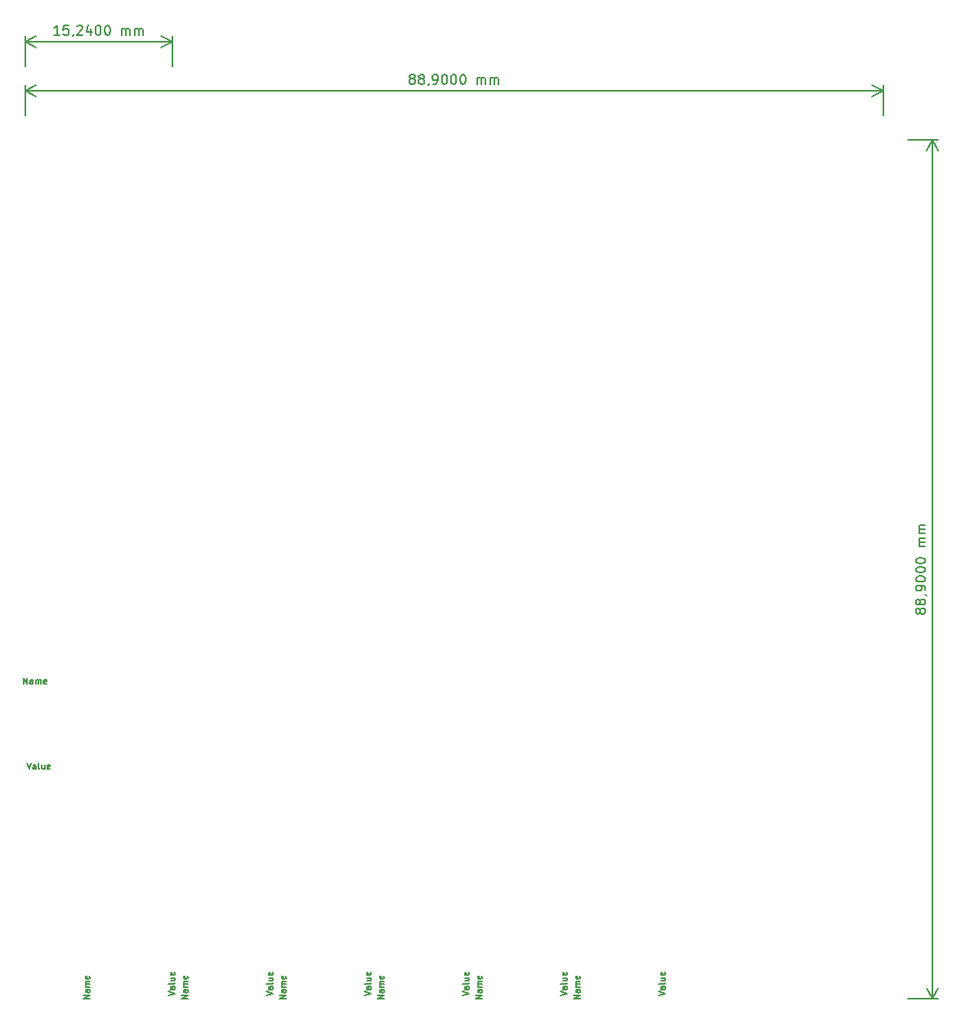
<source format=gbr>
%TF.GenerationSoftware,KiCad,Pcbnew,8.0.3*%
%TF.CreationDate,2024-06-20T11:56:58+02:00*%
%TF.ProjectId,Mux Brd V1,4d757820-4272-4642-9056-312e6b696361,rev?*%
%TF.SameCoordinates,Original*%
%TF.FileFunction,OtherDrawing,Comment*%
%FSLAX46Y46*%
G04 Gerber Fmt 4.6, Leading zero omitted, Abs format (unit mm)*
G04 Created by KiCad (PCBNEW 8.0.3) date 2024-06-20 11:56:58*
%MOMM*%
%LPD*%
G01*
G04 APERTURE LIST*
%ADD10C,0.150000*%
G04 APERTURE END LIST*
D10*
X120018390Y-77326570D02*
X119970771Y-77421808D01*
X119970771Y-77421808D02*
X119923152Y-77469427D01*
X119923152Y-77469427D02*
X119827914Y-77517046D01*
X119827914Y-77517046D02*
X119780295Y-77517046D01*
X119780295Y-77517046D02*
X119685057Y-77469427D01*
X119685057Y-77469427D02*
X119637438Y-77421808D01*
X119637438Y-77421808D02*
X119589819Y-77326570D01*
X119589819Y-77326570D02*
X119589819Y-77136094D01*
X119589819Y-77136094D02*
X119637438Y-77040856D01*
X119637438Y-77040856D02*
X119685057Y-76993237D01*
X119685057Y-76993237D02*
X119780295Y-76945618D01*
X119780295Y-76945618D02*
X119827914Y-76945618D01*
X119827914Y-76945618D02*
X119923152Y-76993237D01*
X119923152Y-76993237D02*
X119970771Y-77040856D01*
X119970771Y-77040856D02*
X120018390Y-77136094D01*
X120018390Y-77136094D02*
X120018390Y-77326570D01*
X120018390Y-77326570D02*
X120066009Y-77421808D01*
X120066009Y-77421808D02*
X120113628Y-77469427D01*
X120113628Y-77469427D02*
X120208866Y-77517046D01*
X120208866Y-77517046D02*
X120399342Y-77517046D01*
X120399342Y-77517046D02*
X120494580Y-77469427D01*
X120494580Y-77469427D02*
X120542200Y-77421808D01*
X120542200Y-77421808D02*
X120589819Y-77326570D01*
X120589819Y-77326570D02*
X120589819Y-77136094D01*
X120589819Y-77136094D02*
X120542200Y-77040856D01*
X120542200Y-77040856D02*
X120494580Y-76993237D01*
X120494580Y-76993237D02*
X120399342Y-76945618D01*
X120399342Y-76945618D02*
X120208866Y-76945618D01*
X120208866Y-76945618D02*
X120113628Y-76993237D01*
X120113628Y-76993237D02*
X120066009Y-77040856D01*
X120066009Y-77040856D02*
X120018390Y-77136094D01*
X120018390Y-76374189D02*
X119970771Y-76469427D01*
X119970771Y-76469427D02*
X119923152Y-76517046D01*
X119923152Y-76517046D02*
X119827914Y-76564665D01*
X119827914Y-76564665D02*
X119780295Y-76564665D01*
X119780295Y-76564665D02*
X119685057Y-76517046D01*
X119685057Y-76517046D02*
X119637438Y-76469427D01*
X119637438Y-76469427D02*
X119589819Y-76374189D01*
X119589819Y-76374189D02*
X119589819Y-76183713D01*
X119589819Y-76183713D02*
X119637438Y-76088475D01*
X119637438Y-76088475D02*
X119685057Y-76040856D01*
X119685057Y-76040856D02*
X119780295Y-75993237D01*
X119780295Y-75993237D02*
X119827914Y-75993237D01*
X119827914Y-75993237D02*
X119923152Y-76040856D01*
X119923152Y-76040856D02*
X119970771Y-76088475D01*
X119970771Y-76088475D02*
X120018390Y-76183713D01*
X120018390Y-76183713D02*
X120018390Y-76374189D01*
X120018390Y-76374189D02*
X120066009Y-76469427D01*
X120066009Y-76469427D02*
X120113628Y-76517046D01*
X120113628Y-76517046D02*
X120208866Y-76564665D01*
X120208866Y-76564665D02*
X120399342Y-76564665D01*
X120399342Y-76564665D02*
X120494580Y-76517046D01*
X120494580Y-76517046D02*
X120542200Y-76469427D01*
X120542200Y-76469427D02*
X120589819Y-76374189D01*
X120589819Y-76374189D02*
X120589819Y-76183713D01*
X120589819Y-76183713D02*
X120542200Y-76088475D01*
X120542200Y-76088475D02*
X120494580Y-76040856D01*
X120494580Y-76040856D02*
X120399342Y-75993237D01*
X120399342Y-75993237D02*
X120208866Y-75993237D01*
X120208866Y-75993237D02*
X120113628Y-76040856D01*
X120113628Y-76040856D02*
X120066009Y-76088475D01*
X120066009Y-76088475D02*
X120018390Y-76183713D01*
X120542200Y-75517046D02*
X120589819Y-75517046D01*
X120589819Y-75517046D02*
X120685057Y-75564665D01*
X120685057Y-75564665D02*
X120732676Y-75612284D01*
X120589819Y-75040856D02*
X120589819Y-74850380D01*
X120589819Y-74850380D02*
X120542200Y-74755142D01*
X120542200Y-74755142D02*
X120494580Y-74707523D01*
X120494580Y-74707523D02*
X120351723Y-74612285D01*
X120351723Y-74612285D02*
X120161247Y-74564666D01*
X120161247Y-74564666D02*
X119780295Y-74564666D01*
X119780295Y-74564666D02*
X119685057Y-74612285D01*
X119685057Y-74612285D02*
X119637438Y-74659904D01*
X119637438Y-74659904D02*
X119589819Y-74755142D01*
X119589819Y-74755142D02*
X119589819Y-74945618D01*
X119589819Y-74945618D02*
X119637438Y-75040856D01*
X119637438Y-75040856D02*
X119685057Y-75088475D01*
X119685057Y-75088475D02*
X119780295Y-75136094D01*
X119780295Y-75136094D02*
X120018390Y-75136094D01*
X120018390Y-75136094D02*
X120113628Y-75088475D01*
X120113628Y-75088475D02*
X120161247Y-75040856D01*
X120161247Y-75040856D02*
X120208866Y-74945618D01*
X120208866Y-74945618D02*
X120208866Y-74755142D01*
X120208866Y-74755142D02*
X120161247Y-74659904D01*
X120161247Y-74659904D02*
X120113628Y-74612285D01*
X120113628Y-74612285D02*
X120018390Y-74564666D01*
X119589819Y-73945618D02*
X119589819Y-73850380D01*
X119589819Y-73850380D02*
X119637438Y-73755142D01*
X119637438Y-73755142D02*
X119685057Y-73707523D01*
X119685057Y-73707523D02*
X119780295Y-73659904D01*
X119780295Y-73659904D02*
X119970771Y-73612285D01*
X119970771Y-73612285D02*
X120208866Y-73612285D01*
X120208866Y-73612285D02*
X120399342Y-73659904D01*
X120399342Y-73659904D02*
X120494580Y-73707523D01*
X120494580Y-73707523D02*
X120542200Y-73755142D01*
X120542200Y-73755142D02*
X120589819Y-73850380D01*
X120589819Y-73850380D02*
X120589819Y-73945618D01*
X120589819Y-73945618D02*
X120542200Y-74040856D01*
X120542200Y-74040856D02*
X120494580Y-74088475D01*
X120494580Y-74088475D02*
X120399342Y-74136094D01*
X120399342Y-74136094D02*
X120208866Y-74183713D01*
X120208866Y-74183713D02*
X119970771Y-74183713D01*
X119970771Y-74183713D02*
X119780295Y-74136094D01*
X119780295Y-74136094D02*
X119685057Y-74088475D01*
X119685057Y-74088475D02*
X119637438Y-74040856D01*
X119637438Y-74040856D02*
X119589819Y-73945618D01*
X119589819Y-72993237D02*
X119589819Y-72897999D01*
X119589819Y-72897999D02*
X119637438Y-72802761D01*
X119637438Y-72802761D02*
X119685057Y-72755142D01*
X119685057Y-72755142D02*
X119780295Y-72707523D01*
X119780295Y-72707523D02*
X119970771Y-72659904D01*
X119970771Y-72659904D02*
X120208866Y-72659904D01*
X120208866Y-72659904D02*
X120399342Y-72707523D01*
X120399342Y-72707523D02*
X120494580Y-72755142D01*
X120494580Y-72755142D02*
X120542200Y-72802761D01*
X120542200Y-72802761D02*
X120589819Y-72897999D01*
X120589819Y-72897999D02*
X120589819Y-72993237D01*
X120589819Y-72993237D02*
X120542200Y-73088475D01*
X120542200Y-73088475D02*
X120494580Y-73136094D01*
X120494580Y-73136094D02*
X120399342Y-73183713D01*
X120399342Y-73183713D02*
X120208866Y-73231332D01*
X120208866Y-73231332D02*
X119970771Y-73231332D01*
X119970771Y-73231332D02*
X119780295Y-73183713D01*
X119780295Y-73183713D02*
X119685057Y-73136094D01*
X119685057Y-73136094D02*
X119637438Y-73088475D01*
X119637438Y-73088475D02*
X119589819Y-72993237D01*
X119589819Y-72040856D02*
X119589819Y-71945618D01*
X119589819Y-71945618D02*
X119637438Y-71850380D01*
X119637438Y-71850380D02*
X119685057Y-71802761D01*
X119685057Y-71802761D02*
X119780295Y-71755142D01*
X119780295Y-71755142D02*
X119970771Y-71707523D01*
X119970771Y-71707523D02*
X120208866Y-71707523D01*
X120208866Y-71707523D02*
X120399342Y-71755142D01*
X120399342Y-71755142D02*
X120494580Y-71802761D01*
X120494580Y-71802761D02*
X120542200Y-71850380D01*
X120542200Y-71850380D02*
X120589819Y-71945618D01*
X120589819Y-71945618D02*
X120589819Y-72040856D01*
X120589819Y-72040856D02*
X120542200Y-72136094D01*
X120542200Y-72136094D02*
X120494580Y-72183713D01*
X120494580Y-72183713D02*
X120399342Y-72231332D01*
X120399342Y-72231332D02*
X120208866Y-72278951D01*
X120208866Y-72278951D02*
X119970771Y-72278951D01*
X119970771Y-72278951D02*
X119780295Y-72231332D01*
X119780295Y-72231332D02*
X119685057Y-72183713D01*
X119685057Y-72183713D02*
X119637438Y-72136094D01*
X119637438Y-72136094D02*
X119589819Y-72040856D01*
X120589819Y-70517046D02*
X119923152Y-70517046D01*
X120018390Y-70517046D02*
X119970771Y-70469427D01*
X119970771Y-70469427D02*
X119923152Y-70374189D01*
X119923152Y-70374189D02*
X119923152Y-70231332D01*
X119923152Y-70231332D02*
X119970771Y-70136094D01*
X119970771Y-70136094D02*
X120066009Y-70088475D01*
X120066009Y-70088475D02*
X120589819Y-70088475D01*
X120066009Y-70088475D02*
X119970771Y-70040856D01*
X119970771Y-70040856D02*
X119923152Y-69945618D01*
X119923152Y-69945618D02*
X119923152Y-69802761D01*
X119923152Y-69802761D02*
X119970771Y-69707522D01*
X119970771Y-69707522D02*
X120066009Y-69659903D01*
X120066009Y-69659903D02*
X120589819Y-69659903D01*
X120589819Y-69183713D02*
X119923152Y-69183713D01*
X120018390Y-69183713D02*
X119970771Y-69136094D01*
X119970771Y-69136094D02*
X119923152Y-69040856D01*
X119923152Y-69040856D02*
X119923152Y-68897999D01*
X119923152Y-68897999D02*
X119970771Y-68802761D01*
X119970771Y-68802761D02*
X120066009Y-68755142D01*
X120066009Y-68755142D02*
X120589819Y-68755142D01*
X120066009Y-68755142D02*
X119970771Y-68707523D01*
X119970771Y-68707523D02*
X119923152Y-68612285D01*
X119923152Y-68612285D02*
X119923152Y-68469428D01*
X119923152Y-68469428D02*
X119970771Y-68374189D01*
X119970771Y-68374189D02*
X120066009Y-68326570D01*
X120066009Y-68326570D02*
X120589819Y-68326570D01*
X118745000Y-28448000D02*
X121871420Y-28448000D01*
X118745000Y-117348000D02*
X121871420Y-117348000D01*
X121285000Y-28448000D02*
X121285000Y-117348000D01*
X121285000Y-28448000D02*
X121285000Y-117348000D01*
X121285000Y-28448000D02*
X121871421Y-29574504D01*
X121285000Y-28448000D02*
X120698579Y-29574504D01*
X121285000Y-117348000D02*
X120698579Y-116221496D01*
X121285000Y-117348000D02*
X121871421Y-116221496D01*
X67326429Y-22101390D02*
X67231191Y-22053771D01*
X67231191Y-22053771D02*
X67183572Y-22006152D01*
X67183572Y-22006152D02*
X67135953Y-21910914D01*
X67135953Y-21910914D02*
X67135953Y-21863295D01*
X67135953Y-21863295D02*
X67183572Y-21768057D01*
X67183572Y-21768057D02*
X67231191Y-21720438D01*
X67231191Y-21720438D02*
X67326429Y-21672819D01*
X67326429Y-21672819D02*
X67516905Y-21672819D01*
X67516905Y-21672819D02*
X67612143Y-21720438D01*
X67612143Y-21720438D02*
X67659762Y-21768057D01*
X67659762Y-21768057D02*
X67707381Y-21863295D01*
X67707381Y-21863295D02*
X67707381Y-21910914D01*
X67707381Y-21910914D02*
X67659762Y-22006152D01*
X67659762Y-22006152D02*
X67612143Y-22053771D01*
X67612143Y-22053771D02*
X67516905Y-22101390D01*
X67516905Y-22101390D02*
X67326429Y-22101390D01*
X67326429Y-22101390D02*
X67231191Y-22149009D01*
X67231191Y-22149009D02*
X67183572Y-22196628D01*
X67183572Y-22196628D02*
X67135953Y-22291866D01*
X67135953Y-22291866D02*
X67135953Y-22482342D01*
X67135953Y-22482342D02*
X67183572Y-22577580D01*
X67183572Y-22577580D02*
X67231191Y-22625200D01*
X67231191Y-22625200D02*
X67326429Y-22672819D01*
X67326429Y-22672819D02*
X67516905Y-22672819D01*
X67516905Y-22672819D02*
X67612143Y-22625200D01*
X67612143Y-22625200D02*
X67659762Y-22577580D01*
X67659762Y-22577580D02*
X67707381Y-22482342D01*
X67707381Y-22482342D02*
X67707381Y-22291866D01*
X67707381Y-22291866D02*
X67659762Y-22196628D01*
X67659762Y-22196628D02*
X67612143Y-22149009D01*
X67612143Y-22149009D02*
X67516905Y-22101390D01*
X68278810Y-22101390D02*
X68183572Y-22053771D01*
X68183572Y-22053771D02*
X68135953Y-22006152D01*
X68135953Y-22006152D02*
X68088334Y-21910914D01*
X68088334Y-21910914D02*
X68088334Y-21863295D01*
X68088334Y-21863295D02*
X68135953Y-21768057D01*
X68135953Y-21768057D02*
X68183572Y-21720438D01*
X68183572Y-21720438D02*
X68278810Y-21672819D01*
X68278810Y-21672819D02*
X68469286Y-21672819D01*
X68469286Y-21672819D02*
X68564524Y-21720438D01*
X68564524Y-21720438D02*
X68612143Y-21768057D01*
X68612143Y-21768057D02*
X68659762Y-21863295D01*
X68659762Y-21863295D02*
X68659762Y-21910914D01*
X68659762Y-21910914D02*
X68612143Y-22006152D01*
X68612143Y-22006152D02*
X68564524Y-22053771D01*
X68564524Y-22053771D02*
X68469286Y-22101390D01*
X68469286Y-22101390D02*
X68278810Y-22101390D01*
X68278810Y-22101390D02*
X68183572Y-22149009D01*
X68183572Y-22149009D02*
X68135953Y-22196628D01*
X68135953Y-22196628D02*
X68088334Y-22291866D01*
X68088334Y-22291866D02*
X68088334Y-22482342D01*
X68088334Y-22482342D02*
X68135953Y-22577580D01*
X68135953Y-22577580D02*
X68183572Y-22625200D01*
X68183572Y-22625200D02*
X68278810Y-22672819D01*
X68278810Y-22672819D02*
X68469286Y-22672819D01*
X68469286Y-22672819D02*
X68564524Y-22625200D01*
X68564524Y-22625200D02*
X68612143Y-22577580D01*
X68612143Y-22577580D02*
X68659762Y-22482342D01*
X68659762Y-22482342D02*
X68659762Y-22291866D01*
X68659762Y-22291866D02*
X68612143Y-22196628D01*
X68612143Y-22196628D02*
X68564524Y-22149009D01*
X68564524Y-22149009D02*
X68469286Y-22101390D01*
X69135953Y-22625200D02*
X69135953Y-22672819D01*
X69135953Y-22672819D02*
X69088334Y-22768057D01*
X69088334Y-22768057D02*
X69040715Y-22815676D01*
X69612143Y-22672819D02*
X69802619Y-22672819D01*
X69802619Y-22672819D02*
X69897857Y-22625200D01*
X69897857Y-22625200D02*
X69945476Y-22577580D01*
X69945476Y-22577580D02*
X70040714Y-22434723D01*
X70040714Y-22434723D02*
X70088333Y-22244247D01*
X70088333Y-22244247D02*
X70088333Y-21863295D01*
X70088333Y-21863295D02*
X70040714Y-21768057D01*
X70040714Y-21768057D02*
X69993095Y-21720438D01*
X69993095Y-21720438D02*
X69897857Y-21672819D01*
X69897857Y-21672819D02*
X69707381Y-21672819D01*
X69707381Y-21672819D02*
X69612143Y-21720438D01*
X69612143Y-21720438D02*
X69564524Y-21768057D01*
X69564524Y-21768057D02*
X69516905Y-21863295D01*
X69516905Y-21863295D02*
X69516905Y-22101390D01*
X69516905Y-22101390D02*
X69564524Y-22196628D01*
X69564524Y-22196628D02*
X69612143Y-22244247D01*
X69612143Y-22244247D02*
X69707381Y-22291866D01*
X69707381Y-22291866D02*
X69897857Y-22291866D01*
X69897857Y-22291866D02*
X69993095Y-22244247D01*
X69993095Y-22244247D02*
X70040714Y-22196628D01*
X70040714Y-22196628D02*
X70088333Y-22101390D01*
X70707381Y-21672819D02*
X70802619Y-21672819D01*
X70802619Y-21672819D02*
X70897857Y-21720438D01*
X70897857Y-21720438D02*
X70945476Y-21768057D01*
X70945476Y-21768057D02*
X70993095Y-21863295D01*
X70993095Y-21863295D02*
X71040714Y-22053771D01*
X71040714Y-22053771D02*
X71040714Y-22291866D01*
X71040714Y-22291866D02*
X70993095Y-22482342D01*
X70993095Y-22482342D02*
X70945476Y-22577580D01*
X70945476Y-22577580D02*
X70897857Y-22625200D01*
X70897857Y-22625200D02*
X70802619Y-22672819D01*
X70802619Y-22672819D02*
X70707381Y-22672819D01*
X70707381Y-22672819D02*
X70612143Y-22625200D01*
X70612143Y-22625200D02*
X70564524Y-22577580D01*
X70564524Y-22577580D02*
X70516905Y-22482342D01*
X70516905Y-22482342D02*
X70469286Y-22291866D01*
X70469286Y-22291866D02*
X70469286Y-22053771D01*
X70469286Y-22053771D02*
X70516905Y-21863295D01*
X70516905Y-21863295D02*
X70564524Y-21768057D01*
X70564524Y-21768057D02*
X70612143Y-21720438D01*
X70612143Y-21720438D02*
X70707381Y-21672819D01*
X71659762Y-21672819D02*
X71755000Y-21672819D01*
X71755000Y-21672819D02*
X71850238Y-21720438D01*
X71850238Y-21720438D02*
X71897857Y-21768057D01*
X71897857Y-21768057D02*
X71945476Y-21863295D01*
X71945476Y-21863295D02*
X71993095Y-22053771D01*
X71993095Y-22053771D02*
X71993095Y-22291866D01*
X71993095Y-22291866D02*
X71945476Y-22482342D01*
X71945476Y-22482342D02*
X71897857Y-22577580D01*
X71897857Y-22577580D02*
X71850238Y-22625200D01*
X71850238Y-22625200D02*
X71755000Y-22672819D01*
X71755000Y-22672819D02*
X71659762Y-22672819D01*
X71659762Y-22672819D02*
X71564524Y-22625200D01*
X71564524Y-22625200D02*
X71516905Y-22577580D01*
X71516905Y-22577580D02*
X71469286Y-22482342D01*
X71469286Y-22482342D02*
X71421667Y-22291866D01*
X71421667Y-22291866D02*
X71421667Y-22053771D01*
X71421667Y-22053771D02*
X71469286Y-21863295D01*
X71469286Y-21863295D02*
X71516905Y-21768057D01*
X71516905Y-21768057D02*
X71564524Y-21720438D01*
X71564524Y-21720438D02*
X71659762Y-21672819D01*
X72612143Y-21672819D02*
X72707381Y-21672819D01*
X72707381Y-21672819D02*
X72802619Y-21720438D01*
X72802619Y-21720438D02*
X72850238Y-21768057D01*
X72850238Y-21768057D02*
X72897857Y-21863295D01*
X72897857Y-21863295D02*
X72945476Y-22053771D01*
X72945476Y-22053771D02*
X72945476Y-22291866D01*
X72945476Y-22291866D02*
X72897857Y-22482342D01*
X72897857Y-22482342D02*
X72850238Y-22577580D01*
X72850238Y-22577580D02*
X72802619Y-22625200D01*
X72802619Y-22625200D02*
X72707381Y-22672819D01*
X72707381Y-22672819D02*
X72612143Y-22672819D01*
X72612143Y-22672819D02*
X72516905Y-22625200D01*
X72516905Y-22625200D02*
X72469286Y-22577580D01*
X72469286Y-22577580D02*
X72421667Y-22482342D01*
X72421667Y-22482342D02*
X72374048Y-22291866D01*
X72374048Y-22291866D02*
X72374048Y-22053771D01*
X72374048Y-22053771D02*
X72421667Y-21863295D01*
X72421667Y-21863295D02*
X72469286Y-21768057D01*
X72469286Y-21768057D02*
X72516905Y-21720438D01*
X72516905Y-21720438D02*
X72612143Y-21672819D01*
X74135953Y-22672819D02*
X74135953Y-22006152D01*
X74135953Y-22101390D02*
X74183572Y-22053771D01*
X74183572Y-22053771D02*
X74278810Y-22006152D01*
X74278810Y-22006152D02*
X74421667Y-22006152D01*
X74421667Y-22006152D02*
X74516905Y-22053771D01*
X74516905Y-22053771D02*
X74564524Y-22149009D01*
X74564524Y-22149009D02*
X74564524Y-22672819D01*
X74564524Y-22149009D02*
X74612143Y-22053771D01*
X74612143Y-22053771D02*
X74707381Y-22006152D01*
X74707381Y-22006152D02*
X74850238Y-22006152D01*
X74850238Y-22006152D02*
X74945477Y-22053771D01*
X74945477Y-22053771D02*
X74993096Y-22149009D01*
X74993096Y-22149009D02*
X74993096Y-22672819D01*
X75469286Y-22672819D02*
X75469286Y-22006152D01*
X75469286Y-22101390D02*
X75516905Y-22053771D01*
X75516905Y-22053771D02*
X75612143Y-22006152D01*
X75612143Y-22006152D02*
X75755000Y-22006152D01*
X75755000Y-22006152D02*
X75850238Y-22053771D01*
X75850238Y-22053771D02*
X75897857Y-22149009D01*
X75897857Y-22149009D02*
X75897857Y-22672819D01*
X75897857Y-22149009D02*
X75945476Y-22053771D01*
X75945476Y-22053771D02*
X76040714Y-22006152D01*
X76040714Y-22006152D02*
X76183571Y-22006152D01*
X76183571Y-22006152D02*
X76278810Y-22053771D01*
X76278810Y-22053771D02*
X76326429Y-22149009D01*
X76326429Y-22149009D02*
X76326429Y-22672819D01*
X116205000Y-25908000D02*
X116205000Y-22781580D01*
X27305000Y-25908000D02*
X27305000Y-22781580D01*
X116205000Y-23368000D02*
X27305000Y-23368000D01*
X116205000Y-23368000D02*
X27305000Y-23368000D01*
X116205000Y-23368000D02*
X115078496Y-23954421D01*
X116205000Y-23368000D02*
X115078496Y-22781579D01*
X27305000Y-23368000D02*
X28431504Y-22781579D01*
X27305000Y-23368000D02*
X28431504Y-23954421D01*
X30877381Y-17592819D02*
X30305953Y-17592819D01*
X30591667Y-17592819D02*
X30591667Y-16592819D01*
X30591667Y-16592819D02*
X30496429Y-16735676D01*
X30496429Y-16735676D02*
X30401191Y-16830914D01*
X30401191Y-16830914D02*
X30305953Y-16878533D01*
X31782143Y-16592819D02*
X31305953Y-16592819D01*
X31305953Y-16592819D02*
X31258334Y-17069009D01*
X31258334Y-17069009D02*
X31305953Y-17021390D01*
X31305953Y-17021390D02*
X31401191Y-16973771D01*
X31401191Y-16973771D02*
X31639286Y-16973771D01*
X31639286Y-16973771D02*
X31734524Y-17021390D01*
X31734524Y-17021390D02*
X31782143Y-17069009D01*
X31782143Y-17069009D02*
X31829762Y-17164247D01*
X31829762Y-17164247D02*
X31829762Y-17402342D01*
X31829762Y-17402342D02*
X31782143Y-17497580D01*
X31782143Y-17497580D02*
X31734524Y-17545200D01*
X31734524Y-17545200D02*
X31639286Y-17592819D01*
X31639286Y-17592819D02*
X31401191Y-17592819D01*
X31401191Y-17592819D02*
X31305953Y-17545200D01*
X31305953Y-17545200D02*
X31258334Y-17497580D01*
X32305953Y-17545200D02*
X32305953Y-17592819D01*
X32305953Y-17592819D02*
X32258334Y-17688057D01*
X32258334Y-17688057D02*
X32210715Y-17735676D01*
X32686905Y-16688057D02*
X32734524Y-16640438D01*
X32734524Y-16640438D02*
X32829762Y-16592819D01*
X32829762Y-16592819D02*
X33067857Y-16592819D01*
X33067857Y-16592819D02*
X33163095Y-16640438D01*
X33163095Y-16640438D02*
X33210714Y-16688057D01*
X33210714Y-16688057D02*
X33258333Y-16783295D01*
X33258333Y-16783295D02*
X33258333Y-16878533D01*
X33258333Y-16878533D02*
X33210714Y-17021390D01*
X33210714Y-17021390D02*
X32639286Y-17592819D01*
X32639286Y-17592819D02*
X33258333Y-17592819D01*
X34115476Y-16926152D02*
X34115476Y-17592819D01*
X33877381Y-16545200D02*
X33639286Y-17259485D01*
X33639286Y-17259485D02*
X34258333Y-17259485D01*
X34829762Y-16592819D02*
X34925000Y-16592819D01*
X34925000Y-16592819D02*
X35020238Y-16640438D01*
X35020238Y-16640438D02*
X35067857Y-16688057D01*
X35067857Y-16688057D02*
X35115476Y-16783295D01*
X35115476Y-16783295D02*
X35163095Y-16973771D01*
X35163095Y-16973771D02*
X35163095Y-17211866D01*
X35163095Y-17211866D02*
X35115476Y-17402342D01*
X35115476Y-17402342D02*
X35067857Y-17497580D01*
X35067857Y-17497580D02*
X35020238Y-17545200D01*
X35020238Y-17545200D02*
X34925000Y-17592819D01*
X34925000Y-17592819D02*
X34829762Y-17592819D01*
X34829762Y-17592819D02*
X34734524Y-17545200D01*
X34734524Y-17545200D02*
X34686905Y-17497580D01*
X34686905Y-17497580D02*
X34639286Y-17402342D01*
X34639286Y-17402342D02*
X34591667Y-17211866D01*
X34591667Y-17211866D02*
X34591667Y-16973771D01*
X34591667Y-16973771D02*
X34639286Y-16783295D01*
X34639286Y-16783295D02*
X34686905Y-16688057D01*
X34686905Y-16688057D02*
X34734524Y-16640438D01*
X34734524Y-16640438D02*
X34829762Y-16592819D01*
X35782143Y-16592819D02*
X35877381Y-16592819D01*
X35877381Y-16592819D02*
X35972619Y-16640438D01*
X35972619Y-16640438D02*
X36020238Y-16688057D01*
X36020238Y-16688057D02*
X36067857Y-16783295D01*
X36067857Y-16783295D02*
X36115476Y-16973771D01*
X36115476Y-16973771D02*
X36115476Y-17211866D01*
X36115476Y-17211866D02*
X36067857Y-17402342D01*
X36067857Y-17402342D02*
X36020238Y-17497580D01*
X36020238Y-17497580D02*
X35972619Y-17545200D01*
X35972619Y-17545200D02*
X35877381Y-17592819D01*
X35877381Y-17592819D02*
X35782143Y-17592819D01*
X35782143Y-17592819D02*
X35686905Y-17545200D01*
X35686905Y-17545200D02*
X35639286Y-17497580D01*
X35639286Y-17497580D02*
X35591667Y-17402342D01*
X35591667Y-17402342D02*
X35544048Y-17211866D01*
X35544048Y-17211866D02*
X35544048Y-16973771D01*
X35544048Y-16973771D02*
X35591667Y-16783295D01*
X35591667Y-16783295D02*
X35639286Y-16688057D01*
X35639286Y-16688057D02*
X35686905Y-16640438D01*
X35686905Y-16640438D02*
X35782143Y-16592819D01*
X37305953Y-17592819D02*
X37305953Y-16926152D01*
X37305953Y-17021390D02*
X37353572Y-16973771D01*
X37353572Y-16973771D02*
X37448810Y-16926152D01*
X37448810Y-16926152D02*
X37591667Y-16926152D01*
X37591667Y-16926152D02*
X37686905Y-16973771D01*
X37686905Y-16973771D02*
X37734524Y-17069009D01*
X37734524Y-17069009D02*
X37734524Y-17592819D01*
X37734524Y-17069009D02*
X37782143Y-16973771D01*
X37782143Y-16973771D02*
X37877381Y-16926152D01*
X37877381Y-16926152D02*
X38020238Y-16926152D01*
X38020238Y-16926152D02*
X38115477Y-16973771D01*
X38115477Y-16973771D02*
X38163096Y-17069009D01*
X38163096Y-17069009D02*
X38163096Y-17592819D01*
X38639286Y-17592819D02*
X38639286Y-16926152D01*
X38639286Y-17021390D02*
X38686905Y-16973771D01*
X38686905Y-16973771D02*
X38782143Y-16926152D01*
X38782143Y-16926152D02*
X38925000Y-16926152D01*
X38925000Y-16926152D02*
X39020238Y-16973771D01*
X39020238Y-16973771D02*
X39067857Y-17069009D01*
X39067857Y-17069009D02*
X39067857Y-17592819D01*
X39067857Y-17069009D02*
X39115476Y-16973771D01*
X39115476Y-16973771D02*
X39210714Y-16926152D01*
X39210714Y-16926152D02*
X39353571Y-16926152D01*
X39353571Y-16926152D02*
X39448810Y-16973771D01*
X39448810Y-16973771D02*
X39496429Y-17069009D01*
X39496429Y-17069009D02*
X39496429Y-17592819D01*
X42545000Y-20828000D02*
X42545000Y-17701580D01*
X27305000Y-20828000D02*
X27305000Y-17701580D01*
X42545000Y-18288000D02*
X27305000Y-18288000D01*
X42545000Y-18288000D02*
X27305000Y-18288000D01*
X42545000Y-18288000D02*
X41418496Y-18874421D01*
X42545000Y-18288000D02*
X41418496Y-17701579D01*
X27305000Y-18288000D02*
X28431504Y-17701579D01*
X27305000Y-18288000D02*
X28431504Y-18874421D01*
X27154266Y-84781876D02*
X27154266Y-84141876D01*
X27154266Y-84141876D02*
X27519981Y-84781876D01*
X27519981Y-84781876D02*
X27519981Y-84141876D01*
X28099028Y-84781876D02*
X28099028Y-84446638D01*
X28099028Y-84446638D02*
X28068552Y-84385685D01*
X28068552Y-84385685D02*
X28007600Y-84355209D01*
X28007600Y-84355209D02*
X27885695Y-84355209D01*
X27885695Y-84355209D02*
X27824742Y-84385685D01*
X28099028Y-84751400D02*
X28038076Y-84781876D01*
X28038076Y-84781876D02*
X27885695Y-84781876D01*
X27885695Y-84781876D02*
X27824742Y-84751400D01*
X27824742Y-84751400D02*
X27794266Y-84690447D01*
X27794266Y-84690447D02*
X27794266Y-84629495D01*
X27794266Y-84629495D02*
X27824742Y-84568542D01*
X27824742Y-84568542D02*
X27885695Y-84538066D01*
X27885695Y-84538066D02*
X28038076Y-84538066D01*
X28038076Y-84538066D02*
X28099028Y-84507590D01*
X28403790Y-84781876D02*
X28403790Y-84355209D01*
X28403790Y-84416161D02*
X28434267Y-84385685D01*
X28434267Y-84385685D02*
X28495219Y-84355209D01*
X28495219Y-84355209D02*
X28586648Y-84355209D01*
X28586648Y-84355209D02*
X28647600Y-84385685D01*
X28647600Y-84385685D02*
X28678076Y-84446638D01*
X28678076Y-84446638D02*
X28678076Y-84781876D01*
X28678076Y-84446638D02*
X28708552Y-84385685D01*
X28708552Y-84385685D02*
X28769505Y-84355209D01*
X28769505Y-84355209D02*
X28860933Y-84355209D01*
X28860933Y-84355209D02*
X28921886Y-84385685D01*
X28921886Y-84385685D02*
X28952362Y-84446638D01*
X28952362Y-84446638D02*
X28952362Y-84781876D01*
X29500933Y-84751400D02*
X29439981Y-84781876D01*
X29439981Y-84781876D02*
X29318076Y-84781876D01*
X29318076Y-84781876D02*
X29257123Y-84751400D01*
X29257123Y-84751400D02*
X29226647Y-84690447D01*
X29226647Y-84690447D02*
X29226647Y-84446638D01*
X29226647Y-84446638D02*
X29257123Y-84385685D01*
X29257123Y-84385685D02*
X29318076Y-84355209D01*
X29318076Y-84355209D02*
X29439981Y-84355209D01*
X29439981Y-84355209D02*
X29500933Y-84385685D01*
X29500933Y-84385685D02*
X29531409Y-84446638D01*
X29531409Y-84446638D02*
X29531409Y-84507590D01*
X29531409Y-84507590D02*
X29226647Y-84568542D01*
X27499714Y-92954676D02*
X27713047Y-93594676D01*
X27713047Y-93594676D02*
X27926381Y-92954676D01*
X28413999Y-93594676D02*
X28413999Y-93259438D01*
X28413999Y-93259438D02*
X28383523Y-93198485D01*
X28383523Y-93198485D02*
X28322571Y-93168009D01*
X28322571Y-93168009D02*
X28200666Y-93168009D01*
X28200666Y-93168009D02*
X28139713Y-93198485D01*
X28413999Y-93564200D02*
X28353047Y-93594676D01*
X28353047Y-93594676D02*
X28200666Y-93594676D01*
X28200666Y-93594676D02*
X28139713Y-93564200D01*
X28139713Y-93564200D02*
X28109237Y-93503247D01*
X28109237Y-93503247D02*
X28109237Y-93442295D01*
X28109237Y-93442295D02*
X28139713Y-93381342D01*
X28139713Y-93381342D02*
X28200666Y-93350866D01*
X28200666Y-93350866D02*
X28353047Y-93350866D01*
X28353047Y-93350866D02*
X28413999Y-93320390D01*
X28810190Y-93594676D02*
X28749238Y-93564200D01*
X28749238Y-93564200D02*
X28718761Y-93503247D01*
X28718761Y-93503247D02*
X28718761Y-92954676D01*
X29328285Y-93168009D02*
X29328285Y-93594676D01*
X29053999Y-93168009D02*
X29053999Y-93503247D01*
X29053999Y-93503247D02*
X29084476Y-93564200D01*
X29084476Y-93564200D02*
X29145428Y-93594676D01*
X29145428Y-93594676D02*
X29236857Y-93594676D01*
X29236857Y-93594676D02*
X29297809Y-93564200D01*
X29297809Y-93564200D02*
X29328285Y-93533723D01*
X29876857Y-93564200D02*
X29815905Y-93594676D01*
X29815905Y-93594676D02*
X29694000Y-93594676D01*
X29694000Y-93594676D02*
X29633047Y-93564200D01*
X29633047Y-93564200D02*
X29602571Y-93503247D01*
X29602571Y-93503247D02*
X29602571Y-93259438D01*
X29602571Y-93259438D02*
X29633047Y-93198485D01*
X29633047Y-93198485D02*
X29694000Y-93168009D01*
X29694000Y-93168009D02*
X29815905Y-93168009D01*
X29815905Y-93168009D02*
X29876857Y-93198485D01*
X29876857Y-93198485D02*
X29907333Y-93259438D01*
X29907333Y-93259438D02*
X29907333Y-93320390D01*
X29907333Y-93320390D02*
X29602571Y-93381342D01*
X33981876Y-117371733D02*
X33341876Y-117371733D01*
X33341876Y-117371733D02*
X33981876Y-117006018D01*
X33981876Y-117006018D02*
X33341876Y-117006018D01*
X33981876Y-116426971D02*
X33646638Y-116426971D01*
X33646638Y-116426971D02*
X33585685Y-116457447D01*
X33585685Y-116457447D02*
X33555209Y-116518399D01*
X33555209Y-116518399D02*
X33555209Y-116640304D01*
X33555209Y-116640304D02*
X33585685Y-116701257D01*
X33951400Y-116426971D02*
X33981876Y-116487923D01*
X33981876Y-116487923D02*
X33981876Y-116640304D01*
X33981876Y-116640304D02*
X33951400Y-116701257D01*
X33951400Y-116701257D02*
X33890447Y-116731733D01*
X33890447Y-116731733D02*
X33829495Y-116731733D01*
X33829495Y-116731733D02*
X33768542Y-116701257D01*
X33768542Y-116701257D02*
X33738066Y-116640304D01*
X33738066Y-116640304D02*
X33738066Y-116487923D01*
X33738066Y-116487923D02*
X33707590Y-116426971D01*
X33981876Y-116122209D02*
X33555209Y-116122209D01*
X33616161Y-116122209D02*
X33585685Y-116091732D01*
X33585685Y-116091732D02*
X33555209Y-116030780D01*
X33555209Y-116030780D02*
X33555209Y-115939351D01*
X33555209Y-115939351D02*
X33585685Y-115878399D01*
X33585685Y-115878399D02*
X33646638Y-115847923D01*
X33646638Y-115847923D02*
X33981876Y-115847923D01*
X33646638Y-115847923D02*
X33585685Y-115817447D01*
X33585685Y-115817447D02*
X33555209Y-115756494D01*
X33555209Y-115756494D02*
X33555209Y-115665066D01*
X33555209Y-115665066D02*
X33585685Y-115604113D01*
X33585685Y-115604113D02*
X33646638Y-115573637D01*
X33646638Y-115573637D02*
X33981876Y-115573637D01*
X33951400Y-115025066D02*
X33981876Y-115086018D01*
X33981876Y-115086018D02*
X33981876Y-115207923D01*
X33981876Y-115207923D02*
X33951400Y-115268876D01*
X33951400Y-115268876D02*
X33890447Y-115299352D01*
X33890447Y-115299352D02*
X33646638Y-115299352D01*
X33646638Y-115299352D02*
X33585685Y-115268876D01*
X33585685Y-115268876D02*
X33555209Y-115207923D01*
X33555209Y-115207923D02*
X33555209Y-115086018D01*
X33555209Y-115086018D02*
X33585685Y-115025066D01*
X33585685Y-115025066D02*
X33646638Y-114994590D01*
X33646638Y-114994590D02*
X33707590Y-114994590D01*
X33707590Y-114994590D02*
X33768542Y-115299352D01*
X42154676Y-117026285D02*
X42794676Y-116812952D01*
X42794676Y-116812952D02*
X42154676Y-116599618D01*
X42794676Y-116112000D02*
X42459438Y-116112000D01*
X42459438Y-116112000D02*
X42398485Y-116142476D01*
X42398485Y-116142476D02*
X42368009Y-116203428D01*
X42368009Y-116203428D02*
X42368009Y-116325333D01*
X42368009Y-116325333D02*
X42398485Y-116386286D01*
X42764200Y-116112000D02*
X42794676Y-116172952D01*
X42794676Y-116172952D02*
X42794676Y-116325333D01*
X42794676Y-116325333D02*
X42764200Y-116386286D01*
X42764200Y-116386286D02*
X42703247Y-116416762D01*
X42703247Y-116416762D02*
X42642295Y-116416762D01*
X42642295Y-116416762D02*
X42581342Y-116386286D01*
X42581342Y-116386286D02*
X42550866Y-116325333D01*
X42550866Y-116325333D02*
X42550866Y-116172952D01*
X42550866Y-116172952D02*
X42520390Y-116112000D01*
X42794676Y-115715809D02*
X42764200Y-115776761D01*
X42764200Y-115776761D02*
X42703247Y-115807238D01*
X42703247Y-115807238D02*
X42154676Y-115807238D01*
X42368009Y-115197714D02*
X42794676Y-115197714D01*
X42368009Y-115472000D02*
X42703247Y-115472000D01*
X42703247Y-115472000D02*
X42764200Y-115441523D01*
X42764200Y-115441523D02*
X42794676Y-115380571D01*
X42794676Y-115380571D02*
X42794676Y-115289142D01*
X42794676Y-115289142D02*
X42764200Y-115228190D01*
X42764200Y-115228190D02*
X42733723Y-115197714D01*
X42764200Y-114649142D02*
X42794676Y-114710094D01*
X42794676Y-114710094D02*
X42794676Y-114831999D01*
X42794676Y-114831999D02*
X42764200Y-114892952D01*
X42764200Y-114892952D02*
X42703247Y-114923428D01*
X42703247Y-114923428D02*
X42459438Y-114923428D01*
X42459438Y-114923428D02*
X42398485Y-114892952D01*
X42398485Y-114892952D02*
X42368009Y-114831999D01*
X42368009Y-114831999D02*
X42368009Y-114710094D01*
X42368009Y-114710094D02*
X42398485Y-114649142D01*
X42398485Y-114649142D02*
X42459438Y-114618666D01*
X42459438Y-114618666D02*
X42520390Y-114618666D01*
X42520390Y-114618666D02*
X42581342Y-114923428D01*
X52314676Y-117026285D02*
X52954676Y-116812952D01*
X52954676Y-116812952D02*
X52314676Y-116599618D01*
X52954676Y-116112000D02*
X52619438Y-116112000D01*
X52619438Y-116112000D02*
X52558485Y-116142476D01*
X52558485Y-116142476D02*
X52528009Y-116203428D01*
X52528009Y-116203428D02*
X52528009Y-116325333D01*
X52528009Y-116325333D02*
X52558485Y-116386286D01*
X52924200Y-116112000D02*
X52954676Y-116172952D01*
X52954676Y-116172952D02*
X52954676Y-116325333D01*
X52954676Y-116325333D02*
X52924200Y-116386286D01*
X52924200Y-116386286D02*
X52863247Y-116416762D01*
X52863247Y-116416762D02*
X52802295Y-116416762D01*
X52802295Y-116416762D02*
X52741342Y-116386286D01*
X52741342Y-116386286D02*
X52710866Y-116325333D01*
X52710866Y-116325333D02*
X52710866Y-116172952D01*
X52710866Y-116172952D02*
X52680390Y-116112000D01*
X52954676Y-115715809D02*
X52924200Y-115776761D01*
X52924200Y-115776761D02*
X52863247Y-115807238D01*
X52863247Y-115807238D02*
X52314676Y-115807238D01*
X52528009Y-115197714D02*
X52954676Y-115197714D01*
X52528009Y-115472000D02*
X52863247Y-115472000D01*
X52863247Y-115472000D02*
X52924200Y-115441523D01*
X52924200Y-115441523D02*
X52954676Y-115380571D01*
X52954676Y-115380571D02*
X52954676Y-115289142D01*
X52954676Y-115289142D02*
X52924200Y-115228190D01*
X52924200Y-115228190D02*
X52893723Y-115197714D01*
X52924200Y-114649142D02*
X52954676Y-114710094D01*
X52954676Y-114710094D02*
X52954676Y-114831999D01*
X52954676Y-114831999D02*
X52924200Y-114892952D01*
X52924200Y-114892952D02*
X52863247Y-114923428D01*
X52863247Y-114923428D02*
X52619438Y-114923428D01*
X52619438Y-114923428D02*
X52558485Y-114892952D01*
X52558485Y-114892952D02*
X52528009Y-114831999D01*
X52528009Y-114831999D02*
X52528009Y-114710094D01*
X52528009Y-114710094D02*
X52558485Y-114649142D01*
X52558485Y-114649142D02*
X52619438Y-114618666D01*
X52619438Y-114618666D02*
X52680390Y-114618666D01*
X52680390Y-114618666D02*
X52741342Y-114923428D01*
X44141876Y-117371733D02*
X43501876Y-117371733D01*
X43501876Y-117371733D02*
X44141876Y-117006018D01*
X44141876Y-117006018D02*
X43501876Y-117006018D01*
X44141876Y-116426971D02*
X43806638Y-116426971D01*
X43806638Y-116426971D02*
X43745685Y-116457447D01*
X43745685Y-116457447D02*
X43715209Y-116518399D01*
X43715209Y-116518399D02*
X43715209Y-116640304D01*
X43715209Y-116640304D02*
X43745685Y-116701257D01*
X44111400Y-116426971D02*
X44141876Y-116487923D01*
X44141876Y-116487923D02*
X44141876Y-116640304D01*
X44141876Y-116640304D02*
X44111400Y-116701257D01*
X44111400Y-116701257D02*
X44050447Y-116731733D01*
X44050447Y-116731733D02*
X43989495Y-116731733D01*
X43989495Y-116731733D02*
X43928542Y-116701257D01*
X43928542Y-116701257D02*
X43898066Y-116640304D01*
X43898066Y-116640304D02*
X43898066Y-116487923D01*
X43898066Y-116487923D02*
X43867590Y-116426971D01*
X44141876Y-116122209D02*
X43715209Y-116122209D01*
X43776161Y-116122209D02*
X43745685Y-116091732D01*
X43745685Y-116091732D02*
X43715209Y-116030780D01*
X43715209Y-116030780D02*
X43715209Y-115939351D01*
X43715209Y-115939351D02*
X43745685Y-115878399D01*
X43745685Y-115878399D02*
X43806638Y-115847923D01*
X43806638Y-115847923D02*
X44141876Y-115847923D01*
X43806638Y-115847923D02*
X43745685Y-115817447D01*
X43745685Y-115817447D02*
X43715209Y-115756494D01*
X43715209Y-115756494D02*
X43715209Y-115665066D01*
X43715209Y-115665066D02*
X43745685Y-115604113D01*
X43745685Y-115604113D02*
X43806638Y-115573637D01*
X43806638Y-115573637D02*
X44141876Y-115573637D01*
X44111400Y-115025066D02*
X44141876Y-115086018D01*
X44141876Y-115086018D02*
X44141876Y-115207923D01*
X44141876Y-115207923D02*
X44111400Y-115268876D01*
X44111400Y-115268876D02*
X44050447Y-115299352D01*
X44050447Y-115299352D02*
X43806638Y-115299352D01*
X43806638Y-115299352D02*
X43745685Y-115268876D01*
X43745685Y-115268876D02*
X43715209Y-115207923D01*
X43715209Y-115207923D02*
X43715209Y-115086018D01*
X43715209Y-115086018D02*
X43745685Y-115025066D01*
X43745685Y-115025066D02*
X43806638Y-114994590D01*
X43806638Y-114994590D02*
X43867590Y-114994590D01*
X43867590Y-114994590D02*
X43928542Y-115299352D01*
X62474676Y-117026285D02*
X63114676Y-116812952D01*
X63114676Y-116812952D02*
X62474676Y-116599618D01*
X63114676Y-116112000D02*
X62779438Y-116112000D01*
X62779438Y-116112000D02*
X62718485Y-116142476D01*
X62718485Y-116142476D02*
X62688009Y-116203428D01*
X62688009Y-116203428D02*
X62688009Y-116325333D01*
X62688009Y-116325333D02*
X62718485Y-116386286D01*
X63084200Y-116112000D02*
X63114676Y-116172952D01*
X63114676Y-116172952D02*
X63114676Y-116325333D01*
X63114676Y-116325333D02*
X63084200Y-116386286D01*
X63084200Y-116386286D02*
X63023247Y-116416762D01*
X63023247Y-116416762D02*
X62962295Y-116416762D01*
X62962295Y-116416762D02*
X62901342Y-116386286D01*
X62901342Y-116386286D02*
X62870866Y-116325333D01*
X62870866Y-116325333D02*
X62870866Y-116172952D01*
X62870866Y-116172952D02*
X62840390Y-116112000D01*
X63114676Y-115715809D02*
X63084200Y-115776761D01*
X63084200Y-115776761D02*
X63023247Y-115807238D01*
X63023247Y-115807238D02*
X62474676Y-115807238D01*
X62688009Y-115197714D02*
X63114676Y-115197714D01*
X62688009Y-115472000D02*
X63023247Y-115472000D01*
X63023247Y-115472000D02*
X63084200Y-115441523D01*
X63084200Y-115441523D02*
X63114676Y-115380571D01*
X63114676Y-115380571D02*
X63114676Y-115289142D01*
X63114676Y-115289142D02*
X63084200Y-115228190D01*
X63084200Y-115228190D02*
X63053723Y-115197714D01*
X63084200Y-114649142D02*
X63114676Y-114710094D01*
X63114676Y-114710094D02*
X63114676Y-114831999D01*
X63114676Y-114831999D02*
X63084200Y-114892952D01*
X63084200Y-114892952D02*
X63023247Y-114923428D01*
X63023247Y-114923428D02*
X62779438Y-114923428D01*
X62779438Y-114923428D02*
X62718485Y-114892952D01*
X62718485Y-114892952D02*
X62688009Y-114831999D01*
X62688009Y-114831999D02*
X62688009Y-114710094D01*
X62688009Y-114710094D02*
X62718485Y-114649142D01*
X62718485Y-114649142D02*
X62779438Y-114618666D01*
X62779438Y-114618666D02*
X62840390Y-114618666D01*
X62840390Y-114618666D02*
X62901342Y-114923428D01*
X54301876Y-117371733D02*
X53661876Y-117371733D01*
X53661876Y-117371733D02*
X54301876Y-117006018D01*
X54301876Y-117006018D02*
X53661876Y-117006018D01*
X54301876Y-116426971D02*
X53966638Y-116426971D01*
X53966638Y-116426971D02*
X53905685Y-116457447D01*
X53905685Y-116457447D02*
X53875209Y-116518399D01*
X53875209Y-116518399D02*
X53875209Y-116640304D01*
X53875209Y-116640304D02*
X53905685Y-116701257D01*
X54271400Y-116426971D02*
X54301876Y-116487923D01*
X54301876Y-116487923D02*
X54301876Y-116640304D01*
X54301876Y-116640304D02*
X54271400Y-116701257D01*
X54271400Y-116701257D02*
X54210447Y-116731733D01*
X54210447Y-116731733D02*
X54149495Y-116731733D01*
X54149495Y-116731733D02*
X54088542Y-116701257D01*
X54088542Y-116701257D02*
X54058066Y-116640304D01*
X54058066Y-116640304D02*
X54058066Y-116487923D01*
X54058066Y-116487923D02*
X54027590Y-116426971D01*
X54301876Y-116122209D02*
X53875209Y-116122209D01*
X53936161Y-116122209D02*
X53905685Y-116091732D01*
X53905685Y-116091732D02*
X53875209Y-116030780D01*
X53875209Y-116030780D02*
X53875209Y-115939351D01*
X53875209Y-115939351D02*
X53905685Y-115878399D01*
X53905685Y-115878399D02*
X53966638Y-115847923D01*
X53966638Y-115847923D02*
X54301876Y-115847923D01*
X53966638Y-115847923D02*
X53905685Y-115817447D01*
X53905685Y-115817447D02*
X53875209Y-115756494D01*
X53875209Y-115756494D02*
X53875209Y-115665066D01*
X53875209Y-115665066D02*
X53905685Y-115604113D01*
X53905685Y-115604113D02*
X53966638Y-115573637D01*
X53966638Y-115573637D02*
X54301876Y-115573637D01*
X54271400Y-115025066D02*
X54301876Y-115086018D01*
X54301876Y-115086018D02*
X54301876Y-115207923D01*
X54301876Y-115207923D02*
X54271400Y-115268876D01*
X54271400Y-115268876D02*
X54210447Y-115299352D01*
X54210447Y-115299352D02*
X53966638Y-115299352D01*
X53966638Y-115299352D02*
X53905685Y-115268876D01*
X53905685Y-115268876D02*
X53875209Y-115207923D01*
X53875209Y-115207923D02*
X53875209Y-115086018D01*
X53875209Y-115086018D02*
X53905685Y-115025066D01*
X53905685Y-115025066D02*
X53966638Y-114994590D01*
X53966638Y-114994590D02*
X54027590Y-114994590D01*
X54027590Y-114994590D02*
X54088542Y-115299352D01*
X72634676Y-117026285D02*
X73274676Y-116812952D01*
X73274676Y-116812952D02*
X72634676Y-116599618D01*
X73274676Y-116112000D02*
X72939438Y-116112000D01*
X72939438Y-116112000D02*
X72878485Y-116142476D01*
X72878485Y-116142476D02*
X72848009Y-116203428D01*
X72848009Y-116203428D02*
X72848009Y-116325333D01*
X72848009Y-116325333D02*
X72878485Y-116386286D01*
X73244200Y-116112000D02*
X73274676Y-116172952D01*
X73274676Y-116172952D02*
X73274676Y-116325333D01*
X73274676Y-116325333D02*
X73244200Y-116386286D01*
X73244200Y-116386286D02*
X73183247Y-116416762D01*
X73183247Y-116416762D02*
X73122295Y-116416762D01*
X73122295Y-116416762D02*
X73061342Y-116386286D01*
X73061342Y-116386286D02*
X73030866Y-116325333D01*
X73030866Y-116325333D02*
X73030866Y-116172952D01*
X73030866Y-116172952D02*
X73000390Y-116112000D01*
X73274676Y-115715809D02*
X73244200Y-115776761D01*
X73244200Y-115776761D02*
X73183247Y-115807238D01*
X73183247Y-115807238D02*
X72634676Y-115807238D01*
X72848009Y-115197714D02*
X73274676Y-115197714D01*
X72848009Y-115472000D02*
X73183247Y-115472000D01*
X73183247Y-115472000D02*
X73244200Y-115441523D01*
X73244200Y-115441523D02*
X73274676Y-115380571D01*
X73274676Y-115380571D02*
X73274676Y-115289142D01*
X73274676Y-115289142D02*
X73244200Y-115228190D01*
X73244200Y-115228190D02*
X73213723Y-115197714D01*
X73244200Y-114649142D02*
X73274676Y-114710094D01*
X73274676Y-114710094D02*
X73274676Y-114831999D01*
X73274676Y-114831999D02*
X73244200Y-114892952D01*
X73244200Y-114892952D02*
X73183247Y-114923428D01*
X73183247Y-114923428D02*
X72939438Y-114923428D01*
X72939438Y-114923428D02*
X72878485Y-114892952D01*
X72878485Y-114892952D02*
X72848009Y-114831999D01*
X72848009Y-114831999D02*
X72848009Y-114710094D01*
X72848009Y-114710094D02*
X72878485Y-114649142D01*
X72878485Y-114649142D02*
X72939438Y-114618666D01*
X72939438Y-114618666D02*
X73000390Y-114618666D01*
X73000390Y-114618666D02*
X73061342Y-114923428D01*
X64461876Y-117371733D02*
X63821876Y-117371733D01*
X63821876Y-117371733D02*
X64461876Y-117006018D01*
X64461876Y-117006018D02*
X63821876Y-117006018D01*
X64461876Y-116426971D02*
X64126638Y-116426971D01*
X64126638Y-116426971D02*
X64065685Y-116457447D01*
X64065685Y-116457447D02*
X64035209Y-116518399D01*
X64035209Y-116518399D02*
X64035209Y-116640304D01*
X64035209Y-116640304D02*
X64065685Y-116701257D01*
X64431400Y-116426971D02*
X64461876Y-116487923D01*
X64461876Y-116487923D02*
X64461876Y-116640304D01*
X64461876Y-116640304D02*
X64431400Y-116701257D01*
X64431400Y-116701257D02*
X64370447Y-116731733D01*
X64370447Y-116731733D02*
X64309495Y-116731733D01*
X64309495Y-116731733D02*
X64248542Y-116701257D01*
X64248542Y-116701257D02*
X64218066Y-116640304D01*
X64218066Y-116640304D02*
X64218066Y-116487923D01*
X64218066Y-116487923D02*
X64187590Y-116426971D01*
X64461876Y-116122209D02*
X64035209Y-116122209D01*
X64096161Y-116122209D02*
X64065685Y-116091732D01*
X64065685Y-116091732D02*
X64035209Y-116030780D01*
X64035209Y-116030780D02*
X64035209Y-115939351D01*
X64035209Y-115939351D02*
X64065685Y-115878399D01*
X64065685Y-115878399D02*
X64126638Y-115847923D01*
X64126638Y-115847923D02*
X64461876Y-115847923D01*
X64126638Y-115847923D02*
X64065685Y-115817447D01*
X64065685Y-115817447D02*
X64035209Y-115756494D01*
X64035209Y-115756494D02*
X64035209Y-115665066D01*
X64035209Y-115665066D02*
X64065685Y-115604113D01*
X64065685Y-115604113D02*
X64126638Y-115573637D01*
X64126638Y-115573637D02*
X64461876Y-115573637D01*
X64431400Y-115025066D02*
X64461876Y-115086018D01*
X64461876Y-115086018D02*
X64461876Y-115207923D01*
X64461876Y-115207923D02*
X64431400Y-115268876D01*
X64431400Y-115268876D02*
X64370447Y-115299352D01*
X64370447Y-115299352D02*
X64126638Y-115299352D01*
X64126638Y-115299352D02*
X64065685Y-115268876D01*
X64065685Y-115268876D02*
X64035209Y-115207923D01*
X64035209Y-115207923D02*
X64035209Y-115086018D01*
X64035209Y-115086018D02*
X64065685Y-115025066D01*
X64065685Y-115025066D02*
X64126638Y-114994590D01*
X64126638Y-114994590D02*
X64187590Y-114994590D01*
X64187590Y-114994590D02*
X64248542Y-115299352D01*
X82794676Y-117026285D02*
X83434676Y-116812952D01*
X83434676Y-116812952D02*
X82794676Y-116599618D01*
X83434676Y-116112000D02*
X83099438Y-116112000D01*
X83099438Y-116112000D02*
X83038485Y-116142476D01*
X83038485Y-116142476D02*
X83008009Y-116203428D01*
X83008009Y-116203428D02*
X83008009Y-116325333D01*
X83008009Y-116325333D02*
X83038485Y-116386286D01*
X83404200Y-116112000D02*
X83434676Y-116172952D01*
X83434676Y-116172952D02*
X83434676Y-116325333D01*
X83434676Y-116325333D02*
X83404200Y-116386286D01*
X83404200Y-116386286D02*
X83343247Y-116416762D01*
X83343247Y-116416762D02*
X83282295Y-116416762D01*
X83282295Y-116416762D02*
X83221342Y-116386286D01*
X83221342Y-116386286D02*
X83190866Y-116325333D01*
X83190866Y-116325333D02*
X83190866Y-116172952D01*
X83190866Y-116172952D02*
X83160390Y-116112000D01*
X83434676Y-115715809D02*
X83404200Y-115776761D01*
X83404200Y-115776761D02*
X83343247Y-115807238D01*
X83343247Y-115807238D02*
X82794676Y-115807238D01*
X83008009Y-115197714D02*
X83434676Y-115197714D01*
X83008009Y-115472000D02*
X83343247Y-115472000D01*
X83343247Y-115472000D02*
X83404200Y-115441523D01*
X83404200Y-115441523D02*
X83434676Y-115380571D01*
X83434676Y-115380571D02*
X83434676Y-115289142D01*
X83434676Y-115289142D02*
X83404200Y-115228190D01*
X83404200Y-115228190D02*
X83373723Y-115197714D01*
X83404200Y-114649142D02*
X83434676Y-114710094D01*
X83434676Y-114710094D02*
X83434676Y-114831999D01*
X83434676Y-114831999D02*
X83404200Y-114892952D01*
X83404200Y-114892952D02*
X83343247Y-114923428D01*
X83343247Y-114923428D02*
X83099438Y-114923428D01*
X83099438Y-114923428D02*
X83038485Y-114892952D01*
X83038485Y-114892952D02*
X83008009Y-114831999D01*
X83008009Y-114831999D02*
X83008009Y-114710094D01*
X83008009Y-114710094D02*
X83038485Y-114649142D01*
X83038485Y-114649142D02*
X83099438Y-114618666D01*
X83099438Y-114618666D02*
X83160390Y-114618666D01*
X83160390Y-114618666D02*
X83221342Y-114923428D01*
X74621876Y-117371733D02*
X73981876Y-117371733D01*
X73981876Y-117371733D02*
X74621876Y-117006018D01*
X74621876Y-117006018D02*
X73981876Y-117006018D01*
X74621876Y-116426971D02*
X74286638Y-116426971D01*
X74286638Y-116426971D02*
X74225685Y-116457447D01*
X74225685Y-116457447D02*
X74195209Y-116518399D01*
X74195209Y-116518399D02*
X74195209Y-116640304D01*
X74195209Y-116640304D02*
X74225685Y-116701257D01*
X74591400Y-116426971D02*
X74621876Y-116487923D01*
X74621876Y-116487923D02*
X74621876Y-116640304D01*
X74621876Y-116640304D02*
X74591400Y-116701257D01*
X74591400Y-116701257D02*
X74530447Y-116731733D01*
X74530447Y-116731733D02*
X74469495Y-116731733D01*
X74469495Y-116731733D02*
X74408542Y-116701257D01*
X74408542Y-116701257D02*
X74378066Y-116640304D01*
X74378066Y-116640304D02*
X74378066Y-116487923D01*
X74378066Y-116487923D02*
X74347590Y-116426971D01*
X74621876Y-116122209D02*
X74195209Y-116122209D01*
X74256161Y-116122209D02*
X74225685Y-116091732D01*
X74225685Y-116091732D02*
X74195209Y-116030780D01*
X74195209Y-116030780D02*
X74195209Y-115939351D01*
X74195209Y-115939351D02*
X74225685Y-115878399D01*
X74225685Y-115878399D02*
X74286638Y-115847923D01*
X74286638Y-115847923D02*
X74621876Y-115847923D01*
X74286638Y-115847923D02*
X74225685Y-115817447D01*
X74225685Y-115817447D02*
X74195209Y-115756494D01*
X74195209Y-115756494D02*
X74195209Y-115665066D01*
X74195209Y-115665066D02*
X74225685Y-115604113D01*
X74225685Y-115604113D02*
X74286638Y-115573637D01*
X74286638Y-115573637D02*
X74621876Y-115573637D01*
X74591400Y-115025066D02*
X74621876Y-115086018D01*
X74621876Y-115086018D02*
X74621876Y-115207923D01*
X74621876Y-115207923D02*
X74591400Y-115268876D01*
X74591400Y-115268876D02*
X74530447Y-115299352D01*
X74530447Y-115299352D02*
X74286638Y-115299352D01*
X74286638Y-115299352D02*
X74225685Y-115268876D01*
X74225685Y-115268876D02*
X74195209Y-115207923D01*
X74195209Y-115207923D02*
X74195209Y-115086018D01*
X74195209Y-115086018D02*
X74225685Y-115025066D01*
X74225685Y-115025066D02*
X74286638Y-114994590D01*
X74286638Y-114994590D02*
X74347590Y-114994590D01*
X74347590Y-114994590D02*
X74408542Y-115299352D01*
X92954676Y-117026285D02*
X93594676Y-116812952D01*
X93594676Y-116812952D02*
X92954676Y-116599618D01*
X93594676Y-116112000D02*
X93259438Y-116112000D01*
X93259438Y-116112000D02*
X93198485Y-116142476D01*
X93198485Y-116142476D02*
X93168009Y-116203428D01*
X93168009Y-116203428D02*
X93168009Y-116325333D01*
X93168009Y-116325333D02*
X93198485Y-116386286D01*
X93564200Y-116112000D02*
X93594676Y-116172952D01*
X93594676Y-116172952D02*
X93594676Y-116325333D01*
X93594676Y-116325333D02*
X93564200Y-116386286D01*
X93564200Y-116386286D02*
X93503247Y-116416762D01*
X93503247Y-116416762D02*
X93442295Y-116416762D01*
X93442295Y-116416762D02*
X93381342Y-116386286D01*
X93381342Y-116386286D02*
X93350866Y-116325333D01*
X93350866Y-116325333D02*
X93350866Y-116172952D01*
X93350866Y-116172952D02*
X93320390Y-116112000D01*
X93594676Y-115715809D02*
X93564200Y-115776761D01*
X93564200Y-115776761D02*
X93503247Y-115807238D01*
X93503247Y-115807238D02*
X92954676Y-115807238D01*
X93168009Y-115197714D02*
X93594676Y-115197714D01*
X93168009Y-115472000D02*
X93503247Y-115472000D01*
X93503247Y-115472000D02*
X93564200Y-115441523D01*
X93564200Y-115441523D02*
X93594676Y-115380571D01*
X93594676Y-115380571D02*
X93594676Y-115289142D01*
X93594676Y-115289142D02*
X93564200Y-115228190D01*
X93564200Y-115228190D02*
X93533723Y-115197714D01*
X93564200Y-114649142D02*
X93594676Y-114710094D01*
X93594676Y-114710094D02*
X93594676Y-114831999D01*
X93594676Y-114831999D02*
X93564200Y-114892952D01*
X93564200Y-114892952D02*
X93503247Y-114923428D01*
X93503247Y-114923428D02*
X93259438Y-114923428D01*
X93259438Y-114923428D02*
X93198485Y-114892952D01*
X93198485Y-114892952D02*
X93168009Y-114831999D01*
X93168009Y-114831999D02*
X93168009Y-114710094D01*
X93168009Y-114710094D02*
X93198485Y-114649142D01*
X93198485Y-114649142D02*
X93259438Y-114618666D01*
X93259438Y-114618666D02*
X93320390Y-114618666D01*
X93320390Y-114618666D02*
X93381342Y-114923428D01*
X84781876Y-117371733D02*
X84141876Y-117371733D01*
X84141876Y-117371733D02*
X84781876Y-117006018D01*
X84781876Y-117006018D02*
X84141876Y-117006018D01*
X84781876Y-116426971D02*
X84446638Y-116426971D01*
X84446638Y-116426971D02*
X84385685Y-116457447D01*
X84385685Y-116457447D02*
X84355209Y-116518399D01*
X84355209Y-116518399D02*
X84355209Y-116640304D01*
X84355209Y-116640304D02*
X84385685Y-116701257D01*
X84751400Y-116426971D02*
X84781876Y-116487923D01*
X84781876Y-116487923D02*
X84781876Y-116640304D01*
X84781876Y-116640304D02*
X84751400Y-116701257D01*
X84751400Y-116701257D02*
X84690447Y-116731733D01*
X84690447Y-116731733D02*
X84629495Y-116731733D01*
X84629495Y-116731733D02*
X84568542Y-116701257D01*
X84568542Y-116701257D02*
X84538066Y-116640304D01*
X84538066Y-116640304D02*
X84538066Y-116487923D01*
X84538066Y-116487923D02*
X84507590Y-116426971D01*
X84781876Y-116122209D02*
X84355209Y-116122209D01*
X84416161Y-116122209D02*
X84385685Y-116091732D01*
X84385685Y-116091732D02*
X84355209Y-116030780D01*
X84355209Y-116030780D02*
X84355209Y-115939351D01*
X84355209Y-115939351D02*
X84385685Y-115878399D01*
X84385685Y-115878399D02*
X84446638Y-115847923D01*
X84446638Y-115847923D02*
X84781876Y-115847923D01*
X84446638Y-115847923D02*
X84385685Y-115817447D01*
X84385685Y-115817447D02*
X84355209Y-115756494D01*
X84355209Y-115756494D02*
X84355209Y-115665066D01*
X84355209Y-115665066D02*
X84385685Y-115604113D01*
X84385685Y-115604113D02*
X84446638Y-115573637D01*
X84446638Y-115573637D02*
X84781876Y-115573637D01*
X84751400Y-115025066D02*
X84781876Y-115086018D01*
X84781876Y-115086018D02*
X84781876Y-115207923D01*
X84781876Y-115207923D02*
X84751400Y-115268876D01*
X84751400Y-115268876D02*
X84690447Y-115299352D01*
X84690447Y-115299352D02*
X84446638Y-115299352D01*
X84446638Y-115299352D02*
X84385685Y-115268876D01*
X84385685Y-115268876D02*
X84355209Y-115207923D01*
X84355209Y-115207923D02*
X84355209Y-115086018D01*
X84355209Y-115086018D02*
X84385685Y-115025066D01*
X84385685Y-115025066D02*
X84446638Y-114994590D01*
X84446638Y-114994590D02*
X84507590Y-114994590D01*
X84507590Y-114994590D02*
X84568542Y-115299352D01*
M02*

</source>
